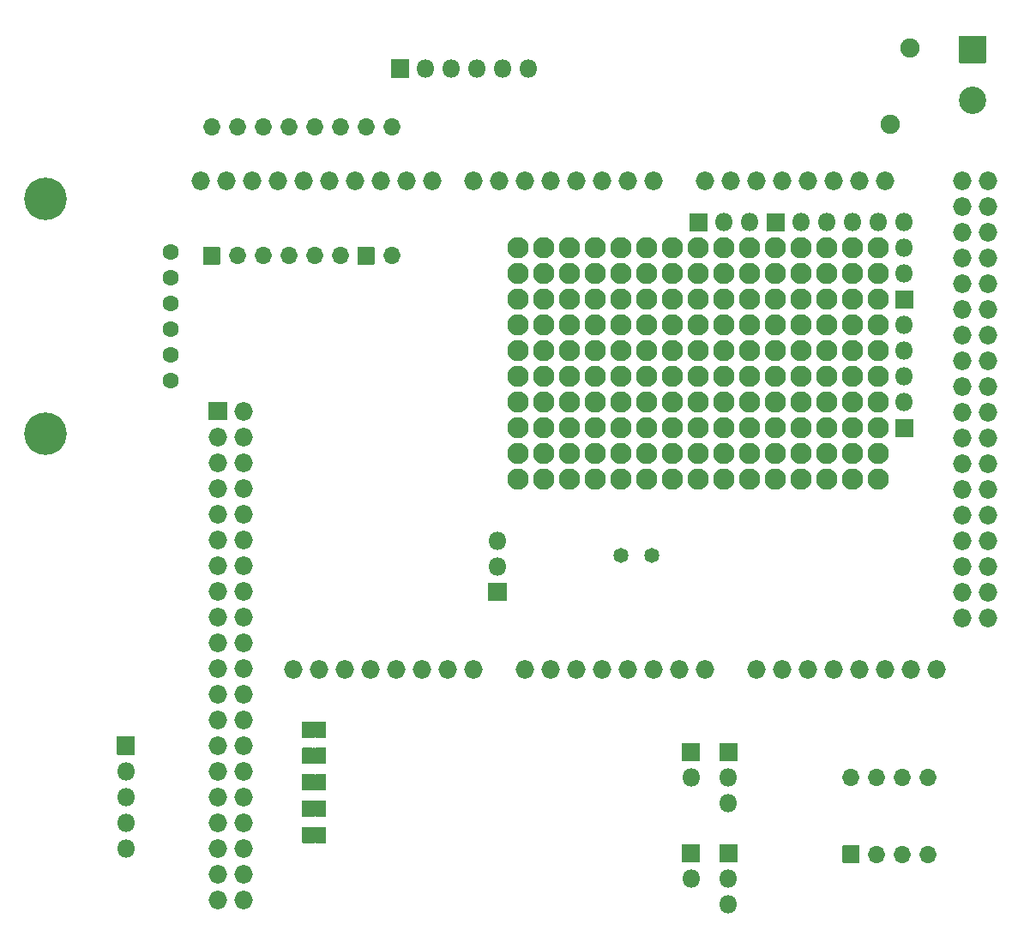
<source format=gbs>
G04 #@! TF.GenerationSoftware,KiCad,Pcbnew,(5.1.9-0-10_14)*
G04 #@! TF.CreationDate,2021-06-23T14:37:38+10:00*
G04 #@! TF.ProjectId,v0.4.4c,76302e34-2e34-4632-9e6b-696361645f70,4c*
G04 #@! TF.SameCoordinates,Original*
G04 #@! TF.FileFunction,Soldermask,Bot*
G04 #@! TF.FilePolarity,Negative*
%FSLAX46Y46*%
G04 Gerber Fmt 4.6, Leading zero omitted, Abs format (unit mm)*
G04 Created by KiCad (PCBNEW (5.1.9-0-10_14)) date 2021-06-23 14:37:38*
%MOMM*%
%LPD*%
G01*
G04 APERTURE LIST*
%ADD10C,2.102000*%
%ADD11O,1.802000X1.802000*%
%ADD12C,1.602000*%
%ADD13C,4.202000*%
%ADD14C,1.902000*%
%ADD15O,1.829200X1.829200*%
%ADD16C,1.483000*%
%ADD17O,1.702000X1.702000*%
%ADD18C,2.702000*%
%ADD19C,0.100000*%
G04 APERTURE END LIST*
D10*
X195715000Y-86480000D03*
X193175000Y-86480000D03*
X190635000Y-86480000D03*
X188095000Y-86480000D03*
X185555000Y-86480000D03*
X183015000Y-86480000D03*
X180475000Y-86480000D03*
X177935000Y-86480000D03*
X175395000Y-86480000D03*
X172855000Y-86480000D03*
X170315000Y-86480000D03*
X167775000Y-86480000D03*
X165235000Y-86480000D03*
X162695000Y-86480000D03*
X160155000Y-86480000D03*
X195715000Y-83940000D03*
X193175000Y-83940000D03*
X190635000Y-83940000D03*
X188095000Y-83940000D03*
X185555000Y-83940000D03*
X183015000Y-83940000D03*
X180475000Y-83940000D03*
X177935000Y-83940000D03*
X175395000Y-83940000D03*
X172855000Y-83940000D03*
X170315000Y-83940000D03*
X167775000Y-83940000D03*
X165235000Y-83940000D03*
X162695000Y-83940000D03*
X160155000Y-83940000D03*
X195715000Y-81400000D03*
X193175000Y-81400000D03*
X190635000Y-81400000D03*
X188095000Y-81400000D03*
X185555000Y-81400000D03*
X183015000Y-81400000D03*
X180475000Y-81400000D03*
X177935000Y-81400000D03*
X175395000Y-81400000D03*
X172855000Y-81400000D03*
X170315000Y-81400000D03*
X167775000Y-81400000D03*
X165235000Y-81400000D03*
X162695000Y-81400000D03*
X160155000Y-81400000D03*
X195715000Y-78860000D03*
X193175000Y-78860000D03*
X190635000Y-78860000D03*
X188095000Y-78860000D03*
X185555000Y-78860000D03*
X183015000Y-78860000D03*
X180475000Y-78860000D03*
X177935000Y-78860000D03*
X175395000Y-78860000D03*
X172855000Y-78860000D03*
X170315000Y-78860000D03*
X167775000Y-78860000D03*
X165235000Y-78860000D03*
X162695000Y-78860000D03*
X160155000Y-78860000D03*
X195715000Y-76320000D03*
X193175000Y-76320000D03*
X190635000Y-76320000D03*
X188095000Y-76320000D03*
X185555000Y-76320000D03*
X183015000Y-76320000D03*
X180475000Y-76320000D03*
X177935000Y-76320000D03*
X175395000Y-76320000D03*
X172855000Y-76320000D03*
X170315000Y-76320000D03*
X167775000Y-76320000D03*
X165235000Y-76320000D03*
X162695000Y-76320000D03*
X160155000Y-76320000D03*
X195715000Y-73780000D03*
X193175000Y-73780000D03*
X190635000Y-73780000D03*
X188095000Y-73780000D03*
X185555000Y-73780000D03*
X183015000Y-73780000D03*
X180475000Y-73780000D03*
X177935000Y-73780000D03*
X175395000Y-73780000D03*
X172855000Y-73780000D03*
X170315000Y-73780000D03*
X167775000Y-73780000D03*
X165235000Y-73780000D03*
X162695000Y-73780000D03*
X160155000Y-73780000D03*
X195715000Y-71240000D03*
X193175000Y-71240000D03*
X190635000Y-71240000D03*
X188095000Y-71240000D03*
X185555000Y-71240000D03*
X183015000Y-71240000D03*
X180475000Y-71240000D03*
X177935000Y-71240000D03*
X175395000Y-71240000D03*
X172855000Y-71240000D03*
X170315000Y-71240000D03*
X167775000Y-71240000D03*
X165235000Y-71240000D03*
X162695000Y-71240000D03*
X160155000Y-71240000D03*
X195715000Y-68700000D03*
X193175000Y-68700000D03*
X190635000Y-68700000D03*
X188095000Y-68700000D03*
X185555000Y-68700000D03*
X183015000Y-68700000D03*
X180475000Y-68700000D03*
X177935000Y-68700000D03*
X175395000Y-68700000D03*
X172855000Y-68700000D03*
X170315000Y-68700000D03*
X167775000Y-68700000D03*
X165235000Y-68700000D03*
X162695000Y-68700000D03*
X160155000Y-68700000D03*
X195715000Y-66160000D03*
X193175000Y-66160000D03*
X190635000Y-66160000D03*
X188095000Y-66160000D03*
X185555000Y-66160000D03*
X183015000Y-66160000D03*
X180475000Y-66160000D03*
X177935000Y-66160000D03*
X175395000Y-66160000D03*
X172855000Y-66160000D03*
X170315000Y-66160000D03*
X167775000Y-66160000D03*
X165235000Y-66160000D03*
X162695000Y-66160000D03*
X160155000Y-66160000D03*
X195715000Y-63620000D03*
X193175000Y-63620000D03*
X190635000Y-63620000D03*
X188095000Y-63620000D03*
X185555000Y-63620000D03*
X183015000Y-63620000D03*
X180475000Y-63620000D03*
X177935000Y-63620000D03*
X175395000Y-63620000D03*
X172855000Y-63620000D03*
X170315000Y-63620000D03*
X167775000Y-63620000D03*
X165235000Y-63620000D03*
X162695000Y-63620000D03*
X160155000Y-63620000D03*
D11*
X183015000Y-61080000D03*
X180475000Y-61080000D03*
G36*
G01*
X178785000Y-61981000D02*
X177085000Y-61981000D01*
G75*
G02*
X177034000Y-61930000I0J51000D01*
G01*
X177034000Y-60230000D01*
G75*
G02*
X177085000Y-60179000I51000J0D01*
G01*
X178785000Y-60179000D01*
G75*
G02*
X178836000Y-60230000I0J-51000D01*
G01*
X178836000Y-61930000D01*
G75*
G02*
X178785000Y-61981000I-51000J0D01*
G01*
G37*
X121412000Y-122936000D03*
X121412000Y-120396000D03*
X121412000Y-117856000D03*
X121412000Y-115316000D03*
G36*
G01*
X120511000Y-113626000D02*
X120511000Y-111926000D01*
G75*
G02*
X120562000Y-111875000I51000J0D01*
G01*
X122262000Y-111875000D01*
G75*
G02*
X122313000Y-111926000I0J-51000D01*
G01*
X122313000Y-113626000D01*
G75*
G02*
X122262000Y-113677000I-51000J0D01*
G01*
X120562000Y-113677000D01*
G75*
G02*
X120511000Y-113626000I0J51000D01*
G01*
G37*
X161180000Y-45900000D03*
X158640000Y-45900000D03*
X156100000Y-45900000D03*
X153560000Y-45900000D03*
X151020000Y-45900000D03*
G36*
G01*
X149330000Y-46801000D02*
X147630000Y-46801000D01*
G75*
G02*
X147579000Y-46750000I0J51000D01*
G01*
X147579000Y-45050000D01*
G75*
G02*
X147630000Y-44999000I51000J0D01*
G01*
X149330000Y-44999000D01*
G75*
G02*
X149381000Y-45050000I0J-51000D01*
G01*
X149381000Y-46750000D01*
G75*
G02*
X149330000Y-46801000I-51000J0D01*
G01*
G37*
G36*
G01*
X139901000Y-120850000D02*
X139901000Y-122350000D01*
G75*
G02*
X139850000Y-122401000I-51000J0D01*
G01*
X138850000Y-122401000D01*
G75*
G02*
X138799000Y-122350000I0J51000D01*
G01*
X138799000Y-120850000D01*
G75*
G02*
X138850000Y-120799000I51000J0D01*
G01*
X139850000Y-120799000D01*
G75*
G02*
X139901000Y-120850000I0J-51000D01*
G01*
G37*
G36*
G01*
X141201000Y-120850000D02*
X141201000Y-122350000D01*
G75*
G02*
X141150000Y-122401000I-51000J0D01*
G01*
X140150000Y-122401000D01*
G75*
G02*
X140099000Y-122350000I0J51000D01*
G01*
X140099000Y-120850000D01*
G75*
G02*
X140150000Y-120799000I51000J0D01*
G01*
X141150000Y-120799000D01*
G75*
G02*
X141201000Y-120850000I0J-51000D01*
G01*
G37*
G36*
G01*
X139901000Y-118250000D02*
X139901000Y-119750000D01*
G75*
G02*
X139850000Y-119801000I-51000J0D01*
G01*
X138850000Y-119801000D01*
G75*
G02*
X138799000Y-119750000I0J51000D01*
G01*
X138799000Y-118250000D01*
G75*
G02*
X138850000Y-118199000I51000J0D01*
G01*
X139850000Y-118199000D01*
G75*
G02*
X139901000Y-118250000I0J-51000D01*
G01*
G37*
G36*
G01*
X141201000Y-118250000D02*
X141201000Y-119750000D01*
G75*
G02*
X141150000Y-119801000I-51000J0D01*
G01*
X140150000Y-119801000D01*
G75*
G02*
X140099000Y-119750000I0J51000D01*
G01*
X140099000Y-118250000D01*
G75*
G02*
X140150000Y-118199000I51000J0D01*
G01*
X141150000Y-118199000D01*
G75*
G02*
X141201000Y-118250000I0J-51000D01*
G01*
G37*
G36*
G01*
X139901000Y-115650000D02*
X139901000Y-117150000D01*
G75*
G02*
X139850000Y-117201000I-51000J0D01*
G01*
X138850000Y-117201000D01*
G75*
G02*
X138799000Y-117150000I0J51000D01*
G01*
X138799000Y-115650000D01*
G75*
G02*
X138850000Y-115599000I51000J0D01*
G01*
X139850000Y-115599000D01*
G75*
G02*
X139901000Y-115650000I0J-51000D01*
G01*
G37*
G36*
G01*
X141201000Y-115650000D02*
X141201000Y-117150000D01*
G75*
G02*
X141150000Y-117201000I-51000J0D01*
G01*
X140150000Y-117201000D01*
G75*
G02*
X140099000Y-117150000I0J51000D01*
G01*
X140099000Y-115650000D01*
G75*
G02*
X140150000Y-115599000I51000J0D01*
G01*
X141150000Y-115599000D01*
G75*
G02*
X141201000Y-115650000I0J-51000D01*
G01*
G37*
G36*
G01*
X139901000Y-113050000D02*
X139901000Y-114550000D01*
G75*
G02*
X139850000Y-114601000I-51000J0D01*
G01*
X138850000Y-114601000D01*
G75*
G02*
X138799000Y-114550000I0J51000D01*
G01*
X138799000Y-113050000D01*
G75*
G02*
X138850000Y-112999000I51000J0D01*
G01*
X139850000Y-112999000D01*
G75*
G02*
X139901000Y-113050000I0J-51000D01*
G01*
G37*
G36*
G01*
X141201000Y-113050000D02*
X141201000Y-114550000D01*
G75*
G02*
X141150000Y-114601000I-51000J0D01*
G01*
X140150000Y-114601000D01*
G75*
G02*
X140099000Y-114550000I0J51000D01*
G01*
X140099000Y-113050000D01*
G75*
G02*
X140150000Y-112999000I51000J0D01*
G01*
X141150000Y-112999000D01*
G75*
G02*
X141201000Y-113050000I0J-51000D01*
G01*
G37*
G36*
G01*
X139901000Y-110450000D02*
X139901000Y-111950000D01*
G75*
G02*
X139850000Y-112001000I-51000J0D01*
G01*
X138850000Y-112001000D01*
G75*
G02*
X138799000Y-111950000I0J51000D01*
G01*
X138799000Y-110450000D01*
G75*
G02*
X138850000Y-110399000I51000J0D01*
G01*
X139850000Y-110399000D01*
G75*
G02*
X139901000Y-110450000I0J-51000D01*
G01*
G37*
G36*
G01*
X141201000Y-110450000D02*
X141201000Y-111950000D01*
G75*
G02*
X141150000Y-112001000I-51000J0D01*
G01*
X140150000Y-112001000D01*
G75*
G02*
X140099000Y-111950000I0J51000D01*
G01*
X140099000Y-110450000D01*
G75*
G02*
X140150000Y-110399000I51000J0D01*
G01*
X141150000Y-110399000D01*
G75*
G02*
X141201000Y-110450000I0J-51000D01*
G01*
G37*
X177200000Y-125940000D03*
G36*
G01*
X176299000Y-124250000D02*
X176299000Y-122550000D01*
G75*
G02*
X176350000Y-122499000I51000J0D01*
G01*
X178050000Y-122499000D01*
G75*
G02*
X178101000Y-122550000I0J-51000D01*
G01*
X178101000Y-124250000D01*
G75*
G02*
X178050000Y-124301000I-51000J0D01*
G01*
X176350000Y-124301000D01*
G75*
G02*
X176299000Y-124250000I0J51000D01*
G01*
G37*
X177200000Y-115940000D03*
G36*
G01*
X176299000Y-114250000D02*
X176299000Y-112550000D01*
G75*
G02*
X176350000Y-112499000I51000J0D01*
G01*
X178050000Y-112499000D01*
G75*
G02*
X178101000Y-112550000I0J-51000D01*
G01*
X178101000Y-114250000D01*
G75*
G02*
X178050000Y-114301000I-51000J0D01*
G01*
X176350000Y-114301000D01*
G75*
G02*
X176299000Y-114250000I0J51000D01*
G01*
G37*
X180900000Y-128480000D03*
X180900000Y-125940000D03*
G36*
G01*
X179999000Y-124250000D02*
X179999000Y-122550000D01*
G75*
G02*
X180050000Y-122499000I51000J0D01*
G01*
X181750000Y-122499000D01*
G75*
G02*
X181801000Y-122550000I0J-51000D01*
G01*
X181801000Y-124250000D01*
G75*
G02*
X181750000Y-124301000I-51000J0D01*
G01*
X180050000Y-124301000D01*
G75*
G02*
X179999000Y-124250000I0J51000D01*
G01*
G37*
X180900000Y-118480000D03*
X180900000Y-115940000D03*
G36*
G01*
X179999000Y-114250000D02*
X179999000Y-112550000D01*
G75*
G02*
X180050000Y-112499000I51000J0D01*
G01*
X181750000Y-112499000D01*
G75*
G02*
X181801000Y-112550000I0J-51000D01*
G01*
X181801000Y-114250000D01*
G75*
G02*
X181750000Y-114301000I-51000J0D01*
G01*
X180050000Y-114301000D01*
G75*
G02*
X179999000Y-114250000I0J51000D01*
G01*
G37*
X158100000Y-92520000D03*
X158100000Y-95060000D03*
G36*
G01*
X159001000Y-96750000D02*
X159001000Y-98450000D01*
G75*
G02*
X158950000Y-98501000I-51000J0D01*
G01*
X157250000Y-98501000D01*
G75*
G02*
X157199000Y-98450000I0J51000D01*
G01*
X157199000Y-96750000D01*
G75*
G02*
X157250000Y-96699000I51000J0D01*
G01*
X158950000Y-96699000D01*
G75*
G02*
X159001000Y-96750000I0J-51000D01*
G01*
G37*
D12*
X125820000Y-76700000D03*
X125820000Y-74160000D03*
X125820000Y-71620000D03*
X125820000Y-69080000D03*
X125820000Y-66540000D03*
X125820000Y-64000000D03*
D13*
X113500000Y-58800000D03*
X113500000Y-81950000D03*
D14*
X198850000Y-43900000D03*
X196850000Y-51400000D03*
D15*
X160800000Y-105260000D03*
X155720000Y-105260000D03*
X153180000Y-105260000D03*
X150640000Y-105260000D03*
X148100000Y-105260000D03*
X145560000Y-105260000D03*
X143020000Y-105260000D03*
X140480000Y-105260000D03*
X196360000Y-57000000D03*
X193820000Y-57000000D03*
X191280000Y-57000000D03*
X188740000Y-57000000D03*
X186200000Y-57000000D03*
X183660000Y-57000000D03*
X181120000Y-57000000D03*
X178580000Y-57000000D03*
X173500000Y-57000000D03*
X170960000Y-57000000D03*
X168420000Y-57000000D03*
X165880000Y-57000000D03*
X163340000Y-57000000D03*
X160800000Y-57000000D03*
X158260000Y-57000000D03*
X155720000Y-57000000D03*
X136416000Y-57000000D03*
X151656000Y-57000000D03*
X149116000Y-57000000D03*
X146576000Y-57000000D03*
X128796000Y-57000000D03*
X131336000Y-57000000D03*
X133876000Y-57000000D03*
X138956000Y-57000000D03*
X141496000Y-57000000D03*
X144036000Y-57000000D03*
X137940000Y-105260000D03*
X163340000Y-105260000D03*
X165880000Y-105260000D03*
X168420000Y-105260000D03*
X170960000Y-105260000D03*
X173500000Y-105260000D03*
X176040000Y-105260000D03*
X178580000Y-105260000D03*
X183660000Y-105260000D03*
X186200000Y-105260000D03*
X188740000Y-105260000D03*
X191280000Y-105260000D03*
X193820000Y-105260000D03*
X196360000Y-105260000D03*
X198900000Y-105260000D03*
X201440000Y-105260000D03*
X203980000Y-57000000D03*
X206520000Y-57000000D03*
X203980000Y-59540000D03*
X206520000Y-59540000D03*
X203980000Y-62080000D03*
X206520000Y-62080000D03*
X203980000Y-64620000D03*
X206520000Y-64620000D03*
X203980000Y-67160000D03*
X206520000Y-67160000D03*
X203980000Y-69700000D03*
X206520000Y-69700000D03*
X203980000Y-72240000D03*
X206520000Y-72240000D03*
X203980000Y-74780000D03*
X206520000Y-74780000D03*
X203980000Y-77320000D03*
X206520000Y-77320000D03*
X203980000Y-79860000D03*
X206520000Y-79860000D03*
X203980000Y-82400000D03*
X206520000Y-82400000D03*
X203980000Y-84940000D03*
X206520000Y-84940000D03*
X203980000Y-87480000D03*
X206520000Y-87480000D03*
X203980000Y-90020000D03*
X206520000Y-90020000D03*
X203980000Y-92560000D03*
X206520000Y-92560000D03*
X203980000Y-95100000D03*
X206520000Y-95100000D03*
X203980000Y-97640000D03*
X206520000Y-97640000D03*
X203980000Y-100180000D03*
X206520000Y-100180000D03*
G36*
G01*
X129585400Y-80603600D02*
X129585400Y-78876400D01*
G75*
G02*
X129636400Y-78825400I51000J0D01*
G01*
X131363600Y-78825400D01*
G75*
G02*
X131414600Y-78876400I0J-51000D01*
G01*
X131414600Y-80603600D01*
G75*
G02*
X131363600Y-80654600I-51000J0D01*
G01*
X129636400Y-80654600D01*
G75*
G02*
X129585400Y-80603600I0J51000D01*
G01*
G37*
X133040000Y-79740000D03*
X130500000Y-82280000D03*
X133040000Y-82280000D03*
X130500000Y-84820000D03*
X133040000Y-84820000D03*
X130500000Y-87360000D03*
X133040000Y-87360000D03*
X130500000Y-89900000D03*
X133040000Y-89900000D03*
X130500000Y-92440000D03*
X133040000Y-92440000D03*
X130500000Y-94980000D03*
X133040000Y-94980000D03*
X130500000Y-97520000D03*
X133040000Y-97520000D03*
X130500000Y-100060000D03*
X133040000Y-100060000D03*
X130500000Y-102600000D03*
X133040000Y-102600000D03*
X130500000Y-105140000D03*
X133040000Y-105140000D03*
X130500000Y-107680000D03*
X133040000Y-107680000D03*
X130500000Y-110220000D03*
X133040000Y-110220000D03*
X130500000Y-112760000D03*
X133040000Y-112760000D03*
X130500000Y-115300000D03*
X133040000Y-115300000D03*
X130500000Y-117840000D03*
X133040000Y-117840000D03*
X130500000Y-120380000D03*
X133040000Y-120380000D03*
X130500000Y-122920000D03*
X133040000Y-122920000D03*
X130500000Y-125460000D03*
X133040000Y-125460000D03*
X130500000Y-128000000D03*
X133040000Y-128000000D03*
D16*
X173300000Y-94000000D03*
X170300000Y-94000000D03*
G36*
G01*
X130700000Y-65251000D02*
X129100000Y-65251000D01*
G75*
G02*
X129049000Y-65200000I0J51000D01*
G01*
X129049000Y-63600000D01*
G75*
G02*
X129100000Y-63549000I51000J0D01*
G01*
X130700000Y-63549000D01*
G75*
G02*
X130751000Y-63600000I0J-51000D01*
G01*
X130751000Y-65200000D01*
G75*
G02*
X130700000Y-65251000I-51000J0D01*
G01*
G37*
D17*
X147680000Y-51700000D03*
X132440000Y-64400000D03*
X145140000Y-51700000D03*
X134980000Y-64400000D03*
X142600000Y-51700000D03*
X137520000Y-64400000D03*
X140060000Y-51700000D03*
X140060000Y-64400000D03*
X137520000Y-51700000D03*
X142600000Y-64400000D03*
X134980000Y-51700000D03*
G36*
G01*
X145940000Y-65251000D02*
X144340000Y-65251000D01*
G75*
G02*
X144289000Y-65200000I0J51000D01*
G01*
X144289000Y-63600000D01*
G75*
G02*
X144340000Y-63549000I51000J0D01*
G01*
X145940000Y-63549000D01*
G75*
G02*
X145991000Y-63600000I0J-51000D01*
G01*
X145991000Y-65200000D01*
G75*
G02*
X145940000Y-65251000I-51000J0D01*
G01*
G37*
X132440000Y-51700000D03*
X147680000Y-64400000D03*
X129900000Y-51700000D03*
G36*
G01*
X193800000Y-124351000D02*
X192200000Y-124351000D01*
G75*
G02*
X192149000Y-124300000I0J51000D01*
G01*
X192149000Y-122700000D01*
G75*
G02*
X192200000Y-122649000I51000J0D01*
G01*
X193800000Y-122649000D01*
G75*
G02*
X193851000Y-122700000I0J-51000D01*
G01*
X193851000Y-124300000D01*
G75*
G02*
X193800000Y-124351000I-51000J0D01*
G01*
G37*
X200620000Y-115880000D03*
X195540000Y-123500000D03*
X198080000Y-115880000D03*
X198080000Y-123500000D03*
X195540000Y-115880000D03*
X200620000Y-123500000D03*
X193000000Y-115880000D03*
D18*
X205000000Y-49000000D03*
G36*
G01*
X206300000Y-45351000D02*
X203700000Y-45351000D01*
G75*
G02*
X203649000Y-45300000I0J51000D01*
G01*
X203649000Y-42700000D01*
G75*
G02*
X203700000Y-42649000I51000J0D01*
G01*
X206300000Y-42649000D01*
G75*
G02*
X206351000Y-42700000I0J-51000D01*
G01*
X206351000Y-45300000D01*
G75*
G02*
X206300000Y-45351000I-51000J0D01*
G01*
G37*
G36*
G01*
X199156000Y-67850000D02*
X199156000Y-69550000D01*
G75*
G02*
X199105000Y-69601000I-51000J0D01*
G01*
X197405000Y-69601000D01*
G75*
G02*
X197354000Y-69550000I0J51000D01*
G01*
X197354000Y-67850000D01*
G75*
G02*
X197405000Y-67799000I51000J0D01*
G01*
X199105000Y-67799000D01*
G75*
G02*
X199156000Y-67850000I0J-51000D01*
G01*
G37*
D11*
X198255000Y-66160000D03*
X198255000Y-63620000D03*
X198255000Y-61080000D03*
G36*
G01*
X199156000Y-80550000D02*
X199156000Y-82250000D01*
G75*
G02*
X199105000Y-82301000I-51000J0D01*
G01*
X197405000Y-82301000D01*
G75*
G02*
X197354000Y-82250000I0J51000D01*
G01*
X197354000Y-80550000D01*
G75*
G02*
X197405000Y-80499000I51000J0D01*
G01*
X199105000Y-80499000D01*
G75*
G02*
X199156000Y-80550000I0J-51000D01*
G01*
G37*
X198255000Y-78860000D03*
X198255000Y-76320000D03*
X198255000Y-73780000D03*
X198255000Y-71240000D03*
X195715000Y-61080000D03*
X193175000Y-61080000D03*
X190635000Y-61080000D03*
X188095000Y-61080000D03*
G36*
G01*
X186405000Y-61981000D02*
X184705000Y-61981000D01*
G75*
G02*
X184654000Y-61930000I0J51000D01*
G01*
X184654000Y-60230000D01*
G75*
G02*
X184705000Y-60179000I51000J0D01*
G01*
X186405000Y-60179000D01*
G75*
G02*
X186456000Y-60230000I0J-51000D01*
G01*
X186456000Y-61930000D01*
G75*
G02*
X186405000Y-61981000I-51000J0D01*
G01*
G37*
D19*
G36*
X140100732Y-120798000D02*
G01*
X140101000Y-120799000D01*
X140101000Y-122401000D01*
X140100000Y-122402732D01*
X140099000Y-122403000D01*
X139901000Y-122403000D01*
X139899268Y-122402000D01*
X139899000Y-122401000D01*
X139899000Y-120799000D01*
X139900000Y-120797268D01*
X139901000Y-120797000D01*
X140099000Y-120797000D01*
X140100732Y-120798000D01*
G37*
G36*
X140100732Y-118198000D02*
G01*
X140101000Y-118199000D01*
X140101000Y-119801000D01*
X140100000Y-119802732D01*
X140099000Y-119803000D01*
X139901000Y-119803000D01*
X139899268Y-119802000D01*
X139899000Y-119801000D01*
X139899000Y-118199000D01*
X139900000Y-118197268D01*
X139901000Y-118197000D01*
X140099000Y-118197000D01*
X140100732Y-118198000D01*
G37*
G36*
X140100732Y-115598000D02*
G01*
X140101000Y-115599000D01*
X140101000Y-117201000D01*
X140100000Y-117202732D01*
X140099000Y-117203000D01*
X139901000Y-117203000D01*
X139899268Y-117202000D01*
X139899000Y-117201000D01*
X139899000Y-115599000D01*
X139900000Y-115597268D01*
X139901000Y-115597000D01*
X140099000Y-115597000D01*
X140100732Y-115598000D01*
G37*
G36*
X140100732Y-112998000D02*
G01*
X140101000Y-112999000D01*
X140101000Y-114601000D01*
X140100000Y-114602732D01*
X140099000Y-114603000D01*
X139901000Y-114603000D01*
X139899268Y-114602000D01*
X139899000Y-114601000D01*
X139899000Y-112999000D01*
X139900000Y-112997268D01*
X139901000Y-112997000D01*
X140099000Y-112997000D01*
X140100732Y-112998000D01*
G37*
G36*
X140100732Y-110398000D02*
G01*
X140101000Y-110399000D01*
X140101000Y-112001000D01*
X140100000Y-112002732D01*
X140099000Y-112003000D01*
X139901000Y-112003000D01*
X139899268Y-112002000D01*
X139899000Y-112001000D01*
X139899000Y-110399000D01*
X139900000Y-110397268D01*
X139901000Y-110397000D01*
X140099000Y-110397000D01*
X140100732Y-110398000D01*
G37*
M02*

</source>
